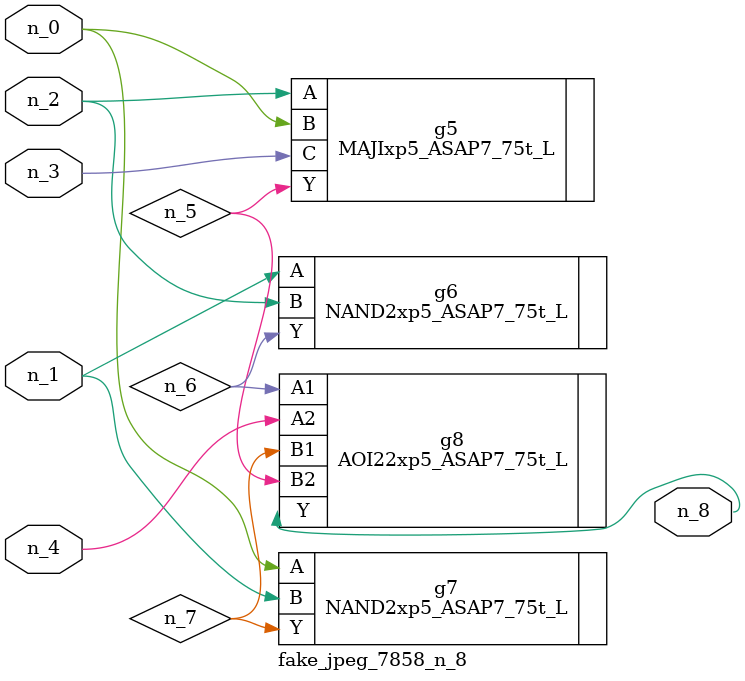
<source format=v>
module fake_jpeg_7858_n_8 (n_3, n_2, n_1, n_0, n_4, n_8);

input n_3;
input n_2;
input n_1;
input n_0;
input n_4;

output n_8;

wire n_6;
wire n_5;
wire n_7;

MAJIxp5_ASAP7_75t_L g5 ( 
.A(n_2),
.B(n_0),
.C(n_3),
.Y(n_5)
);

NAND2xp5_ASAP7_75t_L g6 ( 
.A(n_1),
.B(n_2),
.Y(n_6)
);

NAND2xp5_ASAP7_75t_L g7 ( 
.A(n_0),
.B(n_1),
.Y(n_7)
);

AOI22xp5_ASAP7_75t_L g8 ( 
.A1(n_6),
.A2(n_4),
.B1(n_7),
.B2(n_5),
.Y(n_8)
);


endmodule
</source>
